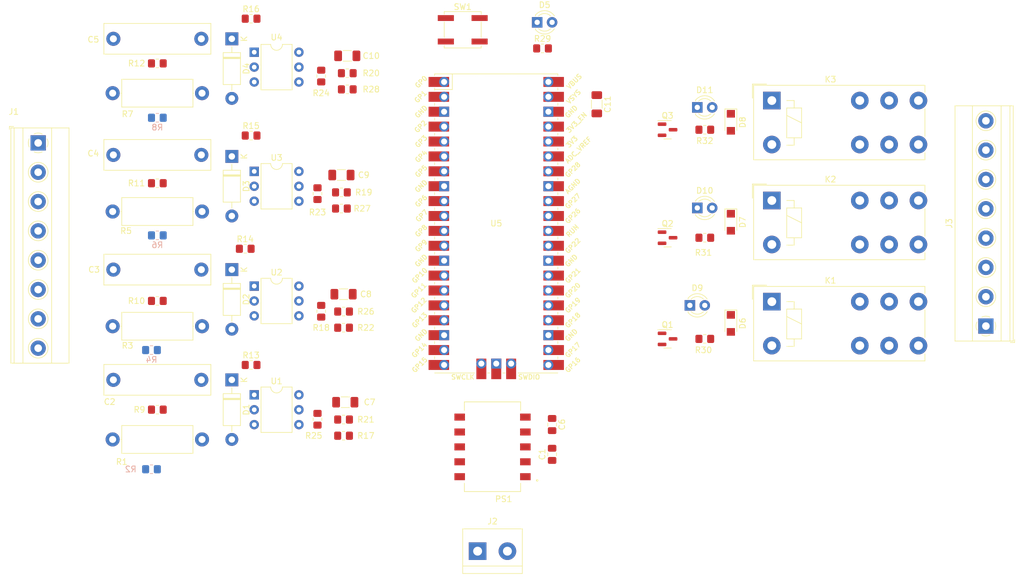
<source format=kicad_pcb>
(kicad_pcb (version 20211014) (generator pcbnew)
  (layers (0 "F.Cu" signal) (31 "B.Cu" signal) (34 "B.Paste" user) (35 "F.Paste" user) (36 "B.SilkS" user "B.Silkscreen") (37 "F.SilkS" user "F.Silkscreen") (38 "B.Mask" user) (39 "F.Mask" user) (44 "Edge.Cuts" user))
  (net 0 "")
  (net 1 "Net-(C1-Pad1)")
  (net 2 "Net-(C2-Pad1)")
  (net 3 "Net-(C2-Pad2)")
  (net 4 "Net-(C3-Pad1)")
  (net 5 "Net-(C3-Pad2)")
  (net 6 "Net-(C4-Pad1)")
  (net 7 "Net-(C4-Pad2)")
  (net 8 "Net-(C5-Pad1)")
  (net 9 "GND")
  (net 10 "Net-(C7-Pad1)")
  (net 11 "Net-(C8-Pad1)")
  (net 12 "Net-(D1-Pad2)")
  (net 13 "Net-(D2-Pad2)")
  (net 14 "Net-(D3-Pad2)")
  (net 15 "Net-(D4-Pad2)")
  (net 16 "Net-(D5-Pad2)")
  (net 17 "VCC")
  (net 18 "Net-(D6-Pad2)")
  (net 19 "Net-(D7-Pad2)")
  (net 20 "Net-(D8-Pad2)")
  (net 21 "Net-(D9-Pad1)")
  (net 22 "Net-(D10-Pad1)")
  (net 23 "Net-(D11-Pad1)")
  (net 24 "Net-(J1-Pad1)")
  (net 25 "Net-(J1-Pad2)")
  (net 26 "Net-(J1-Pad3)")
  (net 27 "Net-(J1-Pad4)")
  (net 28 "Net-(J1-Pad5)")
  (net 29 "Net-(J1-Pad6)")
  (net 30 "Net-(J1-Pad7)")
  (net 31 "Net-(J1-Pad8)")
  (net 32 "Net-(J3-Pad1)")
  (net 33 "Net-(J3-Pad2)")
  (net 34 "Net-(J3-Pad3)")
  (net 35 "Net-(J3-Pad4)")
  (net 36 "Net-(J3-Pad5)")
  (net 37 "Net-(J3-Pad6)")
  (net 54 "Net-(R13-Pad2)")
  (net 55 "Net-(R14-Pad2)")
  (net 56 "Net-(R15-Pad2)")
  (net 57 "Net-(R16-Pad2)")
  (net 58 "Net-(R17-Pad1)")
  (net 59 "Net-(R18-Pad1)")
  (net 60 "Net-(R19-Pad1)")
  (net 61 "Net-(R20-Pad1)")
  (net 70 "Net-(C5-Pad2)")
  (net 71 "Net-(C9-Pad1)")
  (net 72 "Net-(C10-Pad1)")
  (net 98 "Net-(D5-Pad1)")
  (net 99 "Net-(Q1-Pad1)")
  (net 100 "Net-(Q2-Pad1)")
  (net 101 "Net-(Q3-Pad1)")
  (net 102 "Net-(R25-Pad2)")
  (net 103 "Net-(R26-Pad2)")
  (net 104 "Net-(R27-Pad2)")
  (net 105 "Net-(R28-Pad2)")
  (net 106 "Net-(SW1-Pad2)")
  (footprint "Resistor_SMD:R_0805_2012Metric_Pad1.20x1.40mm_HandSolder" (layer "F.Cu") (at 59.166 111.76)
    (fp_text reference "R13" (at 0 -1.65) (layer "F.SilkS"))
    (fp_text value "220R")
    (pad "1" smd roundrect (at -1 0) (size 1.2 1.4) (layers "F.Cu" "F.Paste" "F.Mask") (roundrect_rratio 0.208333) (net 2 "Net-(C2-Pad1)"))
    (pad "2" smd roundrect (at 1 0) (size 1.2 1.4) (layers "F.Cu" "F.Paste" "F.Mask") (roundrect_rratio 0.208333) (net 54 "Net-(R13-Pad2)"))
  )
  (footprint "Package_DIP:DIP-6_W7.62mm" (layer "F.Cu") (at 59.7 116.855)
    (fp_text reference "U1" (at 3.81 -2.33) (layer "F.SilkS"))
    (fp_text value "4N25")
    (pad "1" thru_hole rect (at 0 0) (size 1.6 1.6) (drill 0.8) (layers *.Cu *.Mask) (net 54 "Net-(R13-Pad2)"))
    (pad "2" thru_hole oval (at 0 2.54) (size 1.6 1.6) (drill 0.8) (layers *.Cu *.Mask) (net 12 "Net-(D1-Pad2)"))
    (pad "3" thru_hole oval (at 0 5.08) (size 1.6 1.6) (drill 0.8) (layers *.Cu *.Mask))
    (pad "4" thru_hole oval (at 7.62 5.08) (size 1.6 1.6) (drill 0.8) (layers *.Cu *.Mask) (net 58 "Net-(R17-Pad1)"))
    (pad "5" thru_hole oval (at 7.62 2.54) (size 1.6 1.6) (drill 0.8) (layers *.Cu *.Mask) (net 17 "VCC"))
    (pad "6" thru_hole oval (at 7.62 0) (size 1.6 1.6) (drill 0.8) (layers *.Cu *.Mask))
  )
  (footprint "Diode_THT:D_DO-41_SOD81_P10.16mm_Horizontal" (layer "F.Cu") (at 55.88 95.504 -90)
    (fp_text reference "D2" (at 5.08 -2.47 90) (layer "F.SilkS"))
    (fp_text value "1N4007")
    (fp_text user "K" (at 0 -2.1 90) (layer "F.SilkS"))
    (pad "1" thru_hole rect (at 0 0 270) (size 2.2 2.2) (drill 1.1) (layers *.Cu *.Mask) (net 4 "Net-(C3-Pad1)"))
    (pad "2" thru_hole oval (at 10.16 0 270) (size 2.2 2.2) (drill 1.1) (layers *.Cu *.Mask) (net 13 "Net-(D2-Pad2)"))
  )
  (footprint "Diode_SMD:D_SMF" (layer "F.Cu") (at 140.97 104.6725 -90)
    (fp_text reference "D6" (at 0 -2 90) (layer "F.SilkS"))
    (fp_text value "S07M-GS08")
    (pad "1" smd rect (at -1.45 0 270) (size 1.3 1.4) (layers "F.Cu" "F.Paste" "F.Mask") (net 17 "VCC"))
    (pad "2" smd rect (at 1.45 0 270) (size 1.3 1.4) (layers "F.Cu" "F.Paste" "F.Mask") (net 18 "Net-(D6-Pad2)"))
  )
  (footprint "Package_TO_SOT_SMD:SOT-23" (layer "F.Cu") (at 130.175 107.315)
    (fp_text reference "Q1" (at 0 -2.4) (layer "F.SilkS"))
    (fp_text value "NUD3160")
    (pad "1" smd roundrect (at -0.9375 -0.95) (size 1.475 0.6) (layers "F.Cu" "F.Paste" "F.Mask") (net 99 "Net-(Q1-Pad1)"))
    (pad "2" smd roundrect (at -0.9375 0.95) (size 1.475 0.6) (layers "F.Cu" "F.Paste" "F.Mask") (net 9 "GND"))
    (pad "3" smd roundrect (at 0.9375 0) (size 1.475 0.6) (layers "F.Cu" "F.Paste" "F.Mask") (net 18 "Net-(D6-Pad2)"))
  )
  (footprint "Resistor_SMD:R_0805_2012Metric_Pad1.20x1.40mm_HandSolder" (layer "F.Cu") (at 74.93 121.0675)
    (fp_text reference "R21" (at 3.81 0) (layer "F.SilkS"))
    (fp_text value "6R2")
    (pad "1" smd roundrect (at -1 0) (size 1.2 1.4) (layers "F.Cu" "F.Paste" "F.Mask") (roundrect_rratio 0.208333) (net 58 "Net-(R17-Pad1)"))
    (pad "2" smd roundrect (at 1 0) (size 1.2 1.4) (layers "F.Cu" "F.Paste" "F.Mask") (roundrect_rratio 0.208333) (net 10 "Net-(C7-Pad1)"))
  )
  (footprint "Resistor_THT:R_Axial_DIN0414_L11.9mm_D4.5mm_P15.24mm_Horizontal" (layer "F.Cu") (at 35.56 124.46)
    (fp_text reference "R1" (at 1.55 3.81) (layer "F.SilkS"))
    (fp_text value "2.2k")
    (pad "1" thru_hole circle (at 0 0) (size 2.4 2.4) (drill 1.2) (layers *.Cu *.Mask) (net 31 "Net-(J1-Pad8)"))
    (pad "2" thru_hole oval (at 15.24 0) (size 2.4 2.4) (drill 1.2) (layers *.Cu *.Mask) (net 3 "Net-(C2-Pad2)"))
  )
  (footprint "Resistor_SMD:R_0805_2012Metric_Pad1.20x1.40mm_HandSolder" (layer "F.Cu") (at 43.18 119.38 180)
    (fp_text reference "R9" (at 3.048 0) (layer "F.SilkS"))
    (fp_text value "470k")
    (pad "1" smd roundrect (at -1 0 180) (size 1.2 1.4) (layers "F.Cu" "F.Paste" "F.Mask") (roundrect_rratio 0.208333) (net 2 "Net-(C2-Pad1)"))
    (pad "2" smd roundrect (at 1 0 180) (size 1.2 1.4) (layers "F.Cu" "F.Paste" "F.Mask") (roundrect_rratio 0.208333) (net 3 "Net-(C2-Pad2)"))
  )
  (footprint "Package_DIP:DIP-6_W7.62mm" (layer "F.Cu") (at 59.7 98.313)
    (fp_text reference "U2" (at 3.81 -2.33) (layer "F.SilkS"))
    (fp_text value "4N25")
    (pad "1" thru_hole rect (at 0 0) (size 1.6 1.6) (drill 0.8) (layers *.Cu *.Mask) (net 55 "Net-(R14-Pad2)"))
    (pad "2" thru_hole oval (at 0 2.54) (size 1.6 1.6) (drill 0.8) (layers *.Cu *.Mask) (net 13 "Net-(D2-Pad2)"))
    (pad "3" thru_hole oval (at 0 5.08) (size 1.6 1.6) (drill 0.8) (layers *.Cu *.Mask))
    (pad "4" thru_hole oval (at 7.62 5.08) (size 1.6 1.6) (drill 0.8) (layers *.Cu *.Mask) (net 59 "Net-(R18-Pad1)"))
    (pad "5" thru_hole oval (at 7.62 2.54) (size 1.6 1.6) (drill 0.8) (layers *.Cu *.Mask) (net 17 "VCC"))
    (pad "6" thru_hole oval (at 7.62 0) (size 1.6 1.6) (drill 0.8) (layers *.Cu *.Mask))
  )
  (footprint "Resistor_SMD:R_0805_2012Metric_Pad1.20x1.40mm_HandSolder" (layer "F.Cu") (at 43.18 80.772 180)
    (fp_text reference "R11" (at 3.556 0) (layer "F.SilkS"))
    (fp_text value "470k")
    (pad "1" smd roundrect locked (at -1 0 180) (size 1.2 1.4) (layers "F.Cu" "F.Paste" "F.Mask") (roundrect_rratio 0.208333) (net 6 "Net-(C4-Pad1)"))
    (pad "2" smd roundrect locked (at 1 0 180) (size 1.2 1.4) (layers "F.Cu" "F.Paste" "F.Mask") (roundrect_rratio 0.208333) (net 7 "Net-(C4-Pad2)"))
  )
  (footprint "LED_THT:LED_D3.0mm" (layer "F.Cu") (at 135.245 67.8425)
    (fp_text reference "D11" (at 1.27 -2.96) (layer "F.SilkS"))
    (fp_text value "LED")
    (pad "1" thru_hole rect (at 0 0) (size 1.8 1.8) (drill 0.9) (layers *.Cu *.Mask) (net 23 "Net-(D11-Pad1)"))
    (pad "2" thru_hole circle (at 2.54 0) (size 1.8 1.8) (drill 0.9) (layers *.Cu *.Mask) (net 17 "VCC"))
  )
  (footprint "Capacitor_SMD:C_1206_3216Metric_Pad1.33x1.80mm_HandSolder" (layer "F.Cu") (at 118.11 67.31 -90)
    (fp_text reference "C11" (at 0 -1.85 90) (layer "F.SilkS"))
    (fp_text value "100n")
    (pad "1" smd roundrect (at -1.5625 0 270) (size 1.325 1.8) (layers "F.Cu" "F.Paste" "F.Mask") (roundrect_rratio 0.188679) (net 17 "VCC"))
    (pad "2" smd roundrect (at 1.5625 0 270) (size 1.325 1.8) (layers "F.Cu" "F.Paste" "F.Mask") (roundrect_rratio 0.188679) (net 9 "GND"))
  )
  (footprint "Capacitor_SMD:C_0805_2012Metric_Pad1.18x1.45mm_HandSolder" (layer "F.Cu") (at 110.49 121.92 -90)
    (fp_text reference "C6" (at 0 -1.68 90) (layer "F.SilkS"))
    (fp_text value "22u")
    (pad "1" smd roundrect (at -1.0375 0 270) (size 1.175 1.45) (layers "F.Cu" "F.Paste" "F.Mask") (roundrect_rratio 0.212766) (net 17 "VCC"))
    (pad "2" smd roundrect (at 1.0375 0 270) (size 1.175 1.45) (layers "F.Cu" "F.Paste" "F.Mask") (roundrect_rratio 0.212766) (net 9 "GND"))
  )
  (footprint "LED_THT:LED_D3.0mm" (layer "F.Cu") (at 133.98 101.6)
    (fp_text reference "D9" (at 1.27 -2.96) (layer "F.SilkS"))
    (fp_text value "LED")
    (pad "1" thru_hole rect (at 0 0) (size 1.8 1.8) (drill 0.9) (layers *.Cu *.Mask) (net 21 "Net-(D9-Pad1)"))
    (pad "2" thru_hole circle (at 2.54 0) (size 1.8 1.8) (drill 0.9) (layers *.Cu *.Mask) (net 17 "VCC"))
  )
  (footprint "Capacitor_SMD:C_1206_3216Metric_Pad1.33x1.80mm_HandSolder" (layer "F.Cu") (at 74.93 99.695 180)
    (fp_text reference "C8" (at -3.81 0) (layer "F.SilkS"))
    (fp_text value "100u")
    (pad "1" smd roundrect (at -1.5625 0 180) (size 1.325 1.8) (layers "F.Cu" "F.Paste" "F.Mask") (roundrect_rratio 0.188679) (net 11 "Net-(C8-Pad1)"))
    (pad "2" smd roundrect (at 1.5625 0 180) (size 1.325 1.8) (layers "F.Cu" "F.Paste" "F.Mask") (roundrect_rratio 0.188679) (net 9 "GND"))
  )
  (footprint "Resistor_SMD:R_0805_2012Metric_Pad1.20x1.40mm_HandSolder" (layer "F.Cu") (at 59.166 52.72)
    (fp_text reference "R16" (at 0 -1.65) (layer "F.SilkS"))
    (fp_text value "220R")
    (pad "1" smd roundrect (at -1 0) (size 1.2 1.4) (layers "F.Cu" "F.Paste" "F.Mask") (roundrect_rratio 0.208333) (net 8 "Net-(C5-Pad1)"))
    (pad "2" smd roundrect (at 1 0) (size 1.2 1.4) (layers "F.Cu" "F.Paste" "F.Mask") (roundrect_rratio 0.208333) (net 57 "Net-(R16-Pad2)"))
  )
  (footprint "Resistor_THT:R_Axial_DIN0414_L11.9mm_D4.5mm_P15.24mm_Horizontal" (layer "F.Cu") (at 35.56 105.156)
    (fp_text reference "R3" (at 2.54 3.302) (layer "F.SilkS"))
    (fp_text value "2k2")
    (pad "1" thru_hole circle (at 0 0) (size 2.4 2.4) (drill 1.2) (layers *.Cu *.Mask) (net 29 "Net-(J1-Pad6)"))
    (pad "2" thru_hole oval (at 15.24 0) (size 2.4 2.4) (drill 1.2) (layers *.Cu *.Mask) (net 5 "Net-(C3-Pad2)"))
  )
  (footprint "Button_Switch_SMD:SW_SPST_EVPBF" (layer "F.Cu") (at 95.25 54.61)
    (fp_text reference "SW1" (at 0 -3.9) (layer "F.SilkS"))
    (fp_text value "Reset")
    (pad "1" smd rect (at 2.88 -2) (size 2.75 1) (layers "F.Cu" "F.Paste" "F.Mask") (net 9 "GND"))
    (pad "1" smd rect (at -2.88 -2) (size 2.75 1) (layers "F.Cu" "F.Paste" "F.Mask") (net 9 "GND"))
    (pad "2" smd rect (at -2.88 2) (size 2.75 1) (layers "F.Cu" "F.Paste" "F.Mask") (net 106 "Net-(SW1-Pad2)"))
    (pad "2" smd rect (at 2.88 2) (size 2.75 1) (layers "F.Cu" "F.Paste" "F.Mask") (net 106 "Net-(SW1-Pad2)"))
  )
  (footprint "Resistor_SMD:R_0805_2012Metric_Pad1.20x1.40mm_HandSolder" (layer "F.Cu") (at 71.12 102.6 90)
    (fp_text reference "R18" (at -2.81 0 180) (layer "F.SilkS"))
    (fp_text value "17k")
    (pad "1" smd roundrect (at -1 0 90) (size 1.2 1.4) (layers "F.Cu" "F.Paste" "F.Mask") (roundrect_rratio 0.208333) (net 59 "Net-(R18-Pad1)"))
    (pad "2" smd roundrect (at 1 0 90) (size 1.2 1.4) (layers "F.Cu" "F.Paste" "F.Mask") (roundrect_rratio 0.208333) (net 9 "GND"))
  )
  (footprint "TerminalBlock_Phoenix:TerminalBlock_Phoenix_MKDS-1,5-8_1x08_P5.00mm_Horizontal" (layer "F.Cu") (at 22.86 73.9 -90)
    (fp_text reference "J1" (at -5.32 4.16 180) (layer "F.SilkS"))
    (fp_text value "Screw_Terminal_01x08")
    (pad "1" thru_hole rect (at 0 0 270) (size 2.6 2.6) (drill 1.3) (layers *.Cu *.Mask) (net 24 "Net-(J1-Pad1)"))
    (pad "2" thru_hole circle (at 5 0 270) (size 2.6 2.6) (drill 1.3) (layers *.Cu *.Mask) (net 25 "Net-(J1-Pad2)"))
    (pad "3" thru_hole circle (at 10 0 270) (size 2.6 2.6) (drill 1.3) (layers *.Cu *.Mask) (net 26 "Net-(J1-Pad3)"))
    (pad "4" thru_hole circle (at 15 0 270) (size 2.6 2.6) (drill 1.3) (layers *.Cu *.Mask) (net 27 "Net-(J1-Pad4)"))
    (pad "5" thru_hole circle (at 20 0 270) (size 2.6 2.6) (drill 1.3) (layers *.Cu *.Mask) (net 28 "Net-(J1-Pad5)"))
    (pad "6" thru_hole circle (at 25 0 270) (size 2.6 2.6) (drill 1.3) (layers *.Cu *.Mask) (net 29 "Net-(J1-Pad6)"))
    (pad "7" thru_hole circle (at 30 0 270) (size 2.6 2.6) (drill 1.3) (layers *.Cu *.Mask) (net 30 "Net-(J1-Pad7)"))
    (pad "8" thru_hole circle (at 35 0 270) (size 2.6 2.6) (drill 1.3) (layers *.Cu *.Mask) (net 31 "Net-(J1-Pad8)"))
  )
  (footprint "R-78AA3.3-1:CONV_R-78AA3.3-1.0SMD" (layer "F.Cu") (at 100.33 125.73 180)
    (fp_text reference "PS1" (at -1.905 -8.89) (layer "F.SilkS"))
    (fp_text value "R-78AA3.3-0.5SMD-R")
    (pad "1" smd rect locked (at -5.6 -5.08 180) (size 1.8 1.2) (layers "F.Cu" "F.Paste" "F.Mask") (net 1 "Net-(C1-Pad1)"))
    (pad "2" smd rect locked (at -5.6 -2.54 180) (size 1.8 1.2) (layers "F.Cu" "F.Paste" "F.Mask") (net 1 "Net-(C1-Pad1)"))
    (pad "3" smd rect locked (at -5.6 0 180) (size 1.8 1.2) (layers "F.Cu" "F.Paste" "F.Mask") (net 9 "GND"))
    (pad "4" smd rect locked (at -5.6 2.54 180) (size 1.8 1.2) (layers "F.Cu" "F.Paste" "F.Mask") (net 17 "VCC"))
    (pad "5" smd rect locked (at -5.6 5.08 180) (size 1.8 1.2) (layers "F.Cu" "F.Paste" "F.Mask") (net 17 "VCC"))
    (pad "6" smd rect locked (at 5.6 5.08 180) (size 1.8 1.2) (layers "F.Cu" "F.Paste" "F.Mask"))
    (pad "7" smd rect locked (at 5.6 2.54 180) (size 1.8 1.2) (layers "F.Cu" "F.Paste" "F.Mask") (net 9 "GND"))
    (pad "8" smd rect locked (at 5.6 0 180) (size 1.8 1.2) (layers "F.Cu" "F.Paste" "F.Mask") (net 9 "GND"))
    (pad "9" smd rect locked (at 5.6 -2.54 180) (size 1.8 1.2) (layers "F.Cu" "F.Paste" "F.Mask") (net 9 "GND"))
    (pad "10" smd rect locked (at 5.6 -5.08 180) (size 1.8 1.2) (layers "F.Cu" "F.Paste" "F.Mask"))
  )
  (footprint "LED_THT:LED_D3.0mm" (layer "F.Cu") (at 107.945 53.34)
    (fp_text reference "D5" (at 1.27 -2.96) (layer "F.SilkS"))
    (fp_text value "LED")
    (pad "1" thru_hole rect (at 0 0) (size 1.8 1.8) (drill 0.9) (layers *.Cu *.Mask) (net 98 "Net-(D5-Pad1)"))
    (pad "2" thru_hole circle (at 2.54 0) (size 1.8 1.8) (drill 0.9) (layers *.Cu *.Mask) (net 16 "Net-(D5-Pad2)"))
  )
  (footprint "Resistor_SMD:R_0805_2012Metric_Pad1.20x1.40mm_HandSolder" (layer "F.Cu") (at 58.166 91.948)
    (fp_text reference "R14" (at 0 -1.65) (layer "F.SilkS"))
    (fp_text value "220R")
    (pad "1" smd roundrect (at -1 0) (size 1.2 1.4) (layers "F.Cu" "F.Paste" "F.Mask") (roundrect_rratio 0.208333) (net 4 "Net-(C3-Pad1)"))
    (pad "2" smd roundrect (at 1 0) (size 1.2 1.4) (layers "F.Cu" "F.Paste" "F.Mask") (roundrect_rratio 0.208333) (net 55 "Net-(R14-Pad2)"))
  )
  (footprint "Capacitor_SMD:C_1206_3216Metric_Pad1.33x1.80mm_HandSolder" (layer "F.Cu") (at 74.565 79.375)
    (fp_text reference "C9" (at 3.81 0) (layer "F.SilkS"))
    (fp_text value "100u")
    (pad "1" smd roundrect (at -1.5625 0) (size 1.325 1.8) (layers "F.Cu" "F.Paste" "F.Mask") (roundrect_rratio 0.188679) (net 71 "Net-(C9-Pad1)"))
    (pad "2" smd roundrect (at 1.5625 0) (size 1.325 1.8) (layers "F.Cu" "F.Paste" "F.Mask") (roundrect_rratio 0.188679) (net 9 "GND"))
  )
  (footprint "Diode_THT:D_DO-41_SOD81_P10.16mm_Horizontal" (layer "F.Cu") (at 55.88 76.2 -90)
    (fp_text reference "D3" (at 5.08 -2.47 90) (layer "F.SilkS"))
    (fp_text value "1N4007")
    (fp_text user "K" (at 0 -2.1 90) (layer "F.SilkS"))
    (pad "1" thru_hole rect locked (at 0 0 270) (size 2.2 2.2) (drill 1.1) (layers *.Cu *.Mask) (net 6 "Net-(C4-Pad1)"))
    (pad "2" thru_hole oval locked (at 10.16 0 270) (size 2.2 2.2) (drill 1.1) (layers *.Cu *.Mask) (net 14 "Net-(D3-Pad2)"))
  )
  (footprint "Resistor_SMD:R_0805_2012Metric_Pad1.20x1.40mm_HandSolder" (layer "F.Cu") (at 75.565 62.0125)
    (fp_text reference "R20" (at 4.08 0) (layer "F.SilkS"))
    (fp_text value "17k")
    (pad "1" smd roundrect (at -1 0) (size 1.2 1.4) (layers "F.Cu" "F.Paste" "F.Mask") (roundrect_rratio 0.208333) (net 61 "Net-(R20-Pad1)"))
    (pad "2" smd roundrect (at 1 0) (size 1.2 1.4) (layers "F.Cu" "F.Paste" "F.Mask") (roundrect_rratio 0.208333) (net 9 "GND"))
  )
  (footprint "Capacitor_SMD:C_0805_2012Metric_Pad1.18x1.45mm_HandSolder" (layer "F.Cu") (at 110.49 127 90)
    (fp_text reference "C1" (at 0 -1.68 90) (layer "F.SilkS"))
    (fp_text value "10u")
    (pad "1" smd roundrect (at -1.0375 0 90) (size 1.175 1.45) (layers "F.Cu" "F.Paste" "F.Mask") (roundrect_rratio 0.212766) (net 1 "Net-(C1-Pad1)"))
    (pad "2" smd roundrect (at 1.0375 0 90) (size 1.175 1.45) (layers "F.Cu" "F.Paste" "F.Mask") (roundrect_rratio 0.212766) (net 9 "GND"))
  )
  (footprint "Diode_THT:D_DO-41_SOD81_P10.16mm_Horizontal" (layer "F.Cu") (at 55.88 114.3 -90)
    (fp_text reference "D1" (at 5.08 -2.47 90) (layer "F.SilkS"))
    (fp_text value "1N4007")
    (fp_text user "K" (at 0 -2.1 90) (layer "F.SilkS"))
    (pad "1" thru_hole rect (at 0 0 270) (size 2.2 2.2) (drill 1.1) (layers *.Cu *.Mask) (net 2 "Net-(C2-Pad1)"))
    (pad "2" thru_hole oval (at 10.16 0 270) (size 2.2 2.2) (drill 1.1) (layers *.Cu *.Mask) (net 12 "Net-(D1-Pad2)"))
  )
  (footprint "Diode_SMD:D_SMF" (layer "F.Cu") (at 140.97 70.3825 -90)
    (fp_text reference "D8" (at 0 -2 90) (layer "F.SilkS"))
    (fp_text value "S07M-GS08")
    (pad "1" smd rect (at -1.45 0 270) (size 1.3 1.4) (layers "F.Cu" "F.Paste" "F.Mask") (net 17 "VCC"))
    (pad "2" smd rect (at 1.45 0 270) (size 1.3 1.4) (layers "F.Cu" "F.Paste" "F.Mask") (net 20 "Net-(D8-Pad2)"))
  )
  (footprint "TerminalBlock_Phoenix:TerminalBlock_Phoenix_MKDS-1,5-8_1x08_P5.00mm_Horizontal" (layer "F.Cu") (at 184.455 105.13 90)
    (fp_text reference "J3" (at 17.5 -6.26 90) (layer "F.SilkS"))
    (fp_text value "Screw_Terminal_01x08")
    (pad "1" thru_hole rect (at 0 0 90) (size 2.6 2.6) (drill 1.3) (layers *.Cu *.Mask) (net 32 "Net-(J3-Pad1)"))
    (pad "2" thru_hole circle (at 5 0 90) (size 2.6 2.6) (drill 1.3) (layers *.Cu *.Mask) (net 33 "Net-(J3-Pad2)"))
    (pad "3" thru_hole circle (at 10 0 90) (size 2.6 2.6) (drill 1.3) (layers *.Cu *.Mask) (net 34 "Net-(J3-Pad3)"))
    (pad "4" thru_hole circle (at 15 0 90) (size 2.6 2.6) (drill 1.3) (layers *.Cu *.Mask) (net 35 "Net-(J3-Pad4)"))
    (pad "5" thru_hole circle (at 20 0 90) (size 2.6 2.6) (drill 1.3) (layers *.Cu *.Mask) (net 36 "Net-(J3-Pad5)"))
    (pad "6" thru_hole circle (at 25 0 90) (size 2.6 2.6) (drill 1.3) (layers *.Cu *.Mask) (net 37 "Net-(J3-Pad6)"))
    (pad "7" thru_hole circle (at 30 0 90) (size 2.6 2.6) (drill 1.3) (layers *.Cu *.Mask))
    (pad "8" thru_hole circle (at 35 0 90) (size 2.6 2.6) (drill 1.3) (layers *.Cu *.Mask))
  )
  (footprint "Capacitor_THT:C_Rect_L18.0mm_W5.0mm_P15.00mm_FKS3_FKP3" (layer "F.Cu") (at 50.68 56.149 180)
    (fp_text reference "C5" (at 18.415 -0.127) (layer "F.SilkS"))
    (fp_text value "0.1u")
    (pad "1" thru_hole circle (at 0 0 180) (size 2.4 2.4) (drill 1.2) (layers *.Cu *.Mask) (net 8 "Net-(C5-Pad1)"))
    (pad "2" thru_hole circle (at 15 0 180) (size 2.4 2.4) (drill 1.2) (layers *.Cu *.Mask) (net 70 "Net-(C5-Pad2)"))
  )
  (footprint "Package_TO_SOT_SMD:SOT-23" (layer "F.Cu") (at 130.175 90.0675)
    (fp_text reference "Q2" (at 0 -2.4) (layer "F.SilkS"))
    (fp_text value "NUD3160")
    (pad "1" smd roundrect (at -0.9375 -0.95) (size 1.475 0.6) (layers "F.Cu" "F.Paste" "F.Mask") (net 100 "Net-(Q2-Pad1)"))
    (pad "2" smd roundrect (at -0.9375 0.95) (size 1.475 0.6) (layers "F.Cu" "F.Paste" "F.Mask") (net 9 "GND"))
    (pad "3" smd roundrect (at 0.9375 0) (size 1.475 0.6) (layers "F.Cu" "F.Paste" "F.Mask") (net 19 "Net-(D7-Pad2)"))
  )
  (footprint "Resistor_SMD:R_0805_2012Metric_Pad1.20x1.40mm_HandSolder" (layer "F.Cu") (at 70.485 82.55 90)
    (fp_text reference "R23" (at -3.175 0 180) (layer "F.SilkS"))
    (fp_text value "6R2")
    (pad "1" smd roundrect (at -1 0 90) (size 1.2 1.4) (layers "F.Cu" "F.Paste" "F.Mask") (roundrect_rratio 0.208333) (net 60 "Net-(R19-Pad1)"))
    (pad "2" smd roundrect (at 1 0 90) (size 1.2 1.4) (layers "F.Cu" "F.Paste" "F.Mask") (roundrect_rratio 0.208333) (net 71 "Net-(C9-Pad1)"))
  )
  (footprint "Diode_SMD:D_SMF" (layer "F.Cu") (at 140.97 87.425 -90)
    (fp_text reference "D7" (at 0 -2 90) (layer "F.SilkS"))
    (fp_text value "S07M-GS08")
    (pad "1" smd rect (at -1.45 0 270) (size 1.3 1.4) (layers "F.Cu" "F.Paste" "F.Mask") (net 17 "VCC"))
    (pad "2" smd rect (at 1.45 0 270) (size 1.3 1.4) (layers "F.Cu" "F.Paste" "F.Mask") (net 19 "Net-(D7-Pad2)"))
  )
  (footprint "Capacitor_THT:C_Rect_L18.0mm_W5.0mm_P15.00mm_FKS3_FKP3" (layer "F.Cu") (at 50.68 95.504 180)
    (fp_text reference "C3" (at 18.288 0) (layer "F.SilkS"))
    (fp_text value "0.1u")
    (pad "1" thru_hole circle (at 0 0 180) (size 2.4 2.4) (drill 1.2) (layers *.Cu *.Mask) (net 4 "Net-(C3-Pad1)"))
    (pad "2" thru_hole circle (at 15 0 180) (size 2.4 2.4) (drill 1.2) (layers *.Cu *.Mask) (net 5 "Net-(C3-Pad2)"))
  )
  (footprint "Resistor_THT:R_Axial_DIN0414_L11.9mm_D4.5mm_P15.24mm_Horizontal" (layer "F.Cu") (at 35.56 65.42)
    (fp_text reference "R7" (at 2.54 3.556) (layer "F.SilkS"))
    (fp_text value "2k2")
    (pad "1" thru_hole circle (at 0 0) (size 2.4 2.4) (drill 1.2) (layers *.Cu *.Mask) (net 25 "Net-(J1-Pad2)"))
    (pad "2" thru_hole oval (at 15.24 0) (size 2.4 2.4) (drill 1.2) (layers *.Cu *.Mask) (net 70 "Net-(C5-Pad2)"))
  )
  (footprint "Resistor_SMD:R_0805_2012Metric_Pad1.20x1.40mm_HandSolder" (layer "F.Cu") (at 74.565 85.09)
    (fp_text reference "R27" (at 3.54 0) (layer "F.SilkS"))
    (fp_text value "10k")
    (pad "1" smd roundrect (at -1 0) (size 1.2 1.4) (layers "F.Cu" "F.Paste" "F.Mask") (roundrect_rratio 0.208333) (net 60 "Net-(R19-Pad1)"))
    (pad "2" smd roundrect (at 1 0) (size 1.2 1.4) (layers "F.Cu" "F.Paste" "F.Mask") (roundrect_rratio 0.208333) (net 104 "Net-(R27-Pad2)"))
  )
  (footprint "Relay_THT:Relay_DPDT_Finder_40.52" (layer "F.Cu") (at 147.955 83.7175)
    (fp_text reference "K2" (at 10 -3.6) (layer "F.SilkS"))
    (fp_text value "FINDER-40.52.7.012.0000")
    (pad "11" thru_hole circle (at 20 0) (size 3 3) (drill 1.5) (layers *.Cu *.Mask))
    (pad "12" thru_hole circle (at 15 0) (size 3 3) (drill 1.5) (layers *.Cu *.Mask))
    (pad "14" thru_hole circle (at 25 0) (size 3 3) (drill 1.5) (layers *.Cu *.Mask))
    (pad "21" thru_hole circle (at 20 7.5) (size 3 3) (drill 1.5) (layers *.Cu *.Mask) (net 35 "Net-(J3-Pad4)"))
    (pad "22" thru_hole circle (at 15 7.5) (size 3 3) (drill 1.5) (layers *.Cu *.Mask))
    (pad "24" thru_hole circle (at 25 7.5) (size 3 3) (drill 1.5) (layers *.Cu *.Mask) (net 34 "Net-(J3-Pad3)"))
    (pad "A1" thru_hole rect (at 0 0) (size 3 3) (drill 1.5) (layers *.Cu *.Mask) (net 17 "VCC"))
    (pad "A2" thru_hole circle (at 0 7.5) (size 3 3) (drill 1.5) (layers *.Cu *.Mask) (net 19 "Net-(D7-Pad2)"))
  )
  (footprint "LED_THT:LED_D3.0mm" (layer "F.Cu") (at 135.245 84.9875)
    (fp_text reference "D10" (at 1.27 -2.96) (layer "F.SilkS"))
    (fp_text value "LED")
    (pad "1" thru_hole rect (at 0 0) (size 1.8 1.8) (drill 0.9) (layers *.Cu *.Mask) (net 22 "Net-(D10-Pad1)"))
    (pad "2" thru_hole circle (at 2.54 0) (size 1.8 1.8) (drill 0.9) (layers *.Cu *.Mask) (net 17 "VCC"))
  )
  (footprint "Package_TO_SOT_SMD:SOT-23" (layer "F.Cu") (at 130.175 71.6525)
    (fp_text reference "Q3" (at 0 -2.4) (layer "F.SilkS"))
    (fp_text value "NUD3160")
    (pad "1" smd roundrect (at -0.9375 -0.95) (size 1.475 0.6) (layers "F.Cu" "F.Paste" "F.Mask") (net 101 "Net-(Q3-Pad1)"))
    (pad "2" smd roundrect (at -0.9375 0.95) (size 1.475 0.6) (layers "F.Cu" "F.Paste" "F.Mask") (net 9 "GND"))
    (pad "3" smd roundrect (at 0.9375 0) (size 1.475 0.6) (layers "F.Cu" "F.Paste" "F.Mask") (net 20 "Net-(D8-Pad2)"))
  )
  (footprint "Package_DIP:DIP-6_W7.62mm" (layer "F.Cu") (at 59.7 78.755)
    (fp_text reference "U3" (at 3.81 -2.33) (layer "F.SilkS"))
    (fp_text value "4N25")
    (pad "1" thru_hole rect (at 0 0) (size 1.6 1.6) (drill 0.8) (layers *.Cu *.Mask) (net 56 "Net-(R15-Pad2)"))
    (pad "2" thru_hole oval (at 0 2.54) (size 1.6 1.6) (drill 0.8) (layers *.Cu *.Mask) (net 14 "Net-(D3-Pad2)"))
    (pad "3" thru_hole oval (at 0 5.08) (size 1.6 1.6) (drill 0.8) (layers *.Cu *.Mask))
    (pad "4" thru_hole oval (at 7.62 5.08) (size 1.6 1.6) (drill 0.8) (layers *.Cu *.Mask) (net 60 "Net-(R19-Pad1)"))
    (pad "5" thru_hole oval (at 7.62 2.54) (size 1.6 1.6) (drill 0.8) (layers *.Cu *.Mask) (net 17 "VCC"))
    (pad "6" thru_hole oval (at 7.62 0) (size 1.6 1.6) (drill 0.8) (layers *.Cu *.Mask))
  )
  (footprint "Diode_THT:D_DO-41_SOD81_P10.16mm_Horizontal" (layer "F.Cu") (at 55.88 56.149 -90)
    (fp_text reference "D4" (at 5.08 -2.47 90) (layer "F.SilkS"))
    (fp_text value "1N4007")
    (fp_text user "K" (at 0 -2.1 90) (layer "F.SilkS"))
    (pad "1" thru_hole rect (at 0 0 270) (size 2.2 2.2) (drill 1.1) (layers *.Cu *.Mask) (net 8 "Net-(C5-Pad1)"))
    (pad "2" thru_hole oval (at 10.16 0 270) (size 2.2 2.2) (drill 1.1) (layers *.Cu *.Mask) (net 15 "Net-(D4-Pad2)"))
  )
  (footprint "Resistor_SMD:R_0805_2012Metric_Pad1.20x1.40mm_HandSolder" (layer "F.Cu") (at 136.525 107.315)
    (fp_text reference "R30" (at -0.227064 1.905) (layer "F.SilkS"))
    (fp_text value "R")
    (pad "1" smd roundrect (at -1 0) (size 1.2 1.4) (layers "F.Cu" "F.Paste" "F.Mask") (roundrect_rratio 0.208333) (net 21 "Net-(D9-Pad1)"))
    (pad "2" smd roundrect (at 1 0) (size 1.2 1.4) (layers "F.Cu" "F.Paste" "F.Mask") (roundrect_rratio 0.208333) (net 18 "Net-(D6-Pad2)"))
  )
  (footprint "Resistor_SMD:R_0805_2012Metric_Pad1.20x1.40mm_HandSolder" (layer "F.Cu") (at 70.485 121.015 90)
    (fp_text reference "R25" (at -2.81 -0.635 180) (layer "F.SilkS"))
    (fp_text value "10k")
    (pad "1" smd roundrect (at -1 0 90) (size 1.2 1.4) (layers "F.Cu" "F.Paste" "F.Mask") (roundrect_rratio 0.208333) (net 58 "Net-(R17-Pad1)"))
    (pad "2" smd roundrect (at 1 0 90) (size 1.2 1.4) (layers "F.Cu" "F.Paste" "F.Mask") (roundrect_rratio 0.208333) (net 102 "Net-(R25-Pad2)"))
  )
  (footprint "Relay_THT:Relay_DPDT_Finder_40.52" (layer "F.Cu") (at 147.955 100.965)
    (fp_text reference "K1" (at 10 -3.6) (layer "F.SilkS"))
    (fp_text value "FINDER-40.52.7.012.0000")
    (pad "11" thru_hole circle (at 20 0) (size 3 3) (drill 1.5) (layers *.Cu *.Mask))
    (pad "12" thru_hole circle (at 15 0) (size 3 3) (drill 1.5) (layers *.Cu *.Mask))
    (pad "14" thru_hole circle (at 25 0) (size 3 3) (drill 1.5) (layers *.Cu *.Mask))
    (pad "21" thru_hole circle (at 20 7.5) (size 3 3) (drill 1.5) (layers *.Cu *.Mask) (net 33 "Net-(J3-Pad2)"))
    (pad "22" thru_hole circle (at 15 7.5) (size 3 3) (drill 1.5) (layers *.Cu *.Mask))
    (pad "24" thru_hole circle (at 25 7.5) (size 3 3) (drill 1.5) (layers *.Cu *.Mask) (net 32 "Net-(J3-Pad1)"))
    (pad "A1" thru_hole rect (at 0 0) (size 3 3) (drill 1.5) (layers *.Cu *.Mask) (net 17 "VCC"))
    (pad "A2" thru_hole circle (at 0 7.5) (size 3 3) (drill 1.5) (layers *.Cu *.Mask) (net 18 "Net-(D6-Pad2)"))
  )
  (footprint "Package_DIP:DIP-6_W7.62mm" (layer "F.Cu") (at 59.7 58.435)
    (fp_text reference "U4" (at 3.81 -2.54) (layer "F.SilkS"))
    (fp_text value "4N25")
    (pad "1" thru_hole rect (at 0 0) (size 1.6 1.6) (drill 0.8) (layers *.Cu *.Mask) (net 57 "Net-(R16-Pad2)"))
    (pad "2" thru_hole oval (at 0 2.54) (size 1.6 1.6) (drill 0.8) (layers *.Cu *.Mask) (net 15 "Net-(D4-Pad2)"))
    (pad "3" thru_hole oval (at 0 5.08) (size 1.6 1.6) (drill 0.8) (layers *.Cu *.Mask))
    (pad "4" thru_hole oval (at 7.62 5.08) (size 1.6 1.6) (drill 0.8) (layers *.Cu *.Mask) (net 61 "Net-(R20-Pad1)"))
    (pad "5" thru_hole oval (at 7.62 2.54) (size 1.6 1.6) (drill 0.8) (layers *.Cu *.Mask) (net 17 "VCC"))
    (pad "6" thru_hole oval (at 7.62 0) (size 1.6 1.6) (drill 0.8) (layers *.Cu *.Mask))
  )
  (footprint "Resistor_SMD:R_0805_2012Metric_Pad1.20x1.40mm_HandSolder" (layer "F.Cu") (at 136.525 71.6525)
    (fp_text reference "R32" (at 0 1.905) (layer "F.SilkS"))
    (fp_text value "R")
    (pad "1" smd roundrect (at -1 0) (size 1.2 1.4) (layers "F.Cu" "F.Paste" "F.Mask") (roundrect_rratio 0.208333) (net 23 "Net-(D11-Pad1)"))
    (pad "2" smd roundrect (at 1 0) (size 1.2 1.4) (layers "F.Cu" "F.Paste" "F.Mask") (roundrect_rratio 0.208333) (net 20 "Net-(D8-Pad2)"))
  )
  (footprint "Resistor_SMD:R_0805_2012Metric_Pad1.20x1.40mm_HandSolder" (layer "F.Cu") (at 43.18 100.838 180)
    (fp_text reference "R10" (at 3.556 0) (layer "F.SilkS"))
    (fp_text value "470k")
    (pad "1" smd roundrect (at -1 0 180) (size 1.2 1.4) (layers "F.Cu" "F.Paste" "F.Mask") (roundrect_rratio 0.208333) (net 4 "Net-(C3-Pad1)"))
    (pad "2" smd roundrect (at 1 0 180) (size 1.2 1.4) (layers "F.Cu" "F.Paste" "F.Mask") (roundrect_rratio 0.208333) (net 5 "Net-(C3-Pad2)"))
  )
  (footprint "Resistor_SMD:R_0805_2012Metric_Pad1.20x1.40mm_HandSolder" (layer "F.Cu") (at 71.12 62.5 90)
    (fp_text reference "R24" (at -2.905 0 180) (layer "F.SilkS"))
    (fp_text value "6R2")
    (pad "1" smd roundrect (at -1 0 90) (size 1.2 1.4) (layers "F.Cu" "F.Paste" "F.Mask") (roundrect_rratio 0.208333) (net 61 "Net-(R20-Pad1)"))
    (pad "2" smd roundrect (at 1 0 90) (size 1.2 1.4) (layers "F.Cu" "F.Paste" "F.Mask") (roundrect_rratio 0.208333) (net 72 "Net-(C10-Pad1)"))
  )
  (footprint "Capacitor_SMD:C_1206_3216Metric_Pad1.33x1.80mm_HandSolder" (layer "F.Cu") (at 75.565 59.055)
    (fp_text reference "C10" (at 4.08 0) (layer "F.SilkS"))
    (fp_text value "100u")
    (pad "1" smd roundrect (at -1.5625 0) (size 1.325 1.8) (layers "F.Cu" "F.Paste" "F.Mask") (roundrect_rratio 0.188679) (net 72 "Net-(C10-Pad1)"))
    (pad "2" smd roundrect (at 1.5625 0) (size 1.325 1.8) (layers "F.Cu" "F.Paste" "F.Mask") (roundrect_rratio 0.188679) (net 9 "GND"))
  )
  (footprint "Resistor_SMD:R_0805_2012Metric_Pad1.20x1.40mm_HandSolder" (layer "F.Cu") (at 74.565 82.3325)
    (fp_text reference "R19" (at 3.81 0) (layer "F.SilkS"))
    (fp_text value "17k")
    (pad "1" smd roundrect (at -1 0) (size 1.2 1.4) (layers "F.Cu" "F.Paste" "F.Mask") (roundrect_rratio 0.208333) (net 60 "Net-(R19-Pad1)"))
    (pad "2" smd roundrect (at 1 0) (size 1.2 1.4) (layers "F.Cu" "F.Paste" "F.Mask") (roundrect_rratio 0.208333) (net 9 "GND"))
  )
  (footprint "Relay_THT:Relay_DPDT_Finder_40.52" (layer "F.Cu") (at 147.955 66.675)
    (fp_text reference "K3" (at 10 -3.6) (layer "F.SilkS"))
    (fp_text value "FINDER-40.52.7.012.0000")
    (pad "11" thru_hole circle (at 20 0) (size 3 3) (drill 1.5) (layers *.Cu *.Mask))
    (pad "12" thru_hole circle (at 15 0) (size 3 3) (drill 1.5) (layers *.Cu *.Mask))
    (pad "14" thru_hole circle (at 25 0) (size 3 3) (drill 1.5) (layers *.Cu *.Mask))
    (pad "21" thru_hole circle (at 20 7.5) (size 3 3) (drill 1.5) (layers *.Cu *.Mask) (net 37 "Net-(J3-Pad6)"))
    (pad "22" thru_hole circle (at 15 7.5) (size 3 3) (drill 1.5) (layers *.Cu *.Mask))
    (pad "24" thru_hole circle (at 25 7.5) (size 3 3) (drill 1.5) (layers *.Cu *.Mask) (net 36 "Net-(J3-Pad5)"))
    (pad "A1" thru_hole rect (at 0 0) (size 3 3) (drill 1.5) (layers *.Cu *.Mask) (net 17 "VCC"))
    (pad "A2" thru_hole circle (at 0 7.5) (size 3 3) (drill 1.5) (layers *.Cu *.Mask) (net 20 "Net-(D8-Pad2)"))
  )
  (footprint "Resistor_SMD:R_0805_2012Metric_Pad1.20x1.40mm_HandSolder" (layer "F.Cu") (at 74.93 105.41)
    (fp_text reference "R22" (at 3.81 0) (layer "F.SilkS"))
    (fp_text value "6R2")
    (pad "1" smd roundrect (at -1 0) (size 1.2 1.4) (layers "F.Cu" "F.Paste" "F.Mask") (roundrect_rratio 0.208333) (net 59 "Net-(R18-Pad1)"))
    (pad "2" smd roundrect (at 1 0) (size 1.2 1.4) (layers "F.Cu" "F.Paste" "F.Mask") (roundrect_rratio 0.208333) (net 11 "Net-(C8-Pad1)"))
  )
  (footprint "Resistor_SMD:R_0805_2012Metric_Pad1.20x1.40mm_HandSolder" (layer "F.Cu") (at 136.525 90.0675)
    (fp_text reference "R31" (at -0.227064 2.54) (layer "F.SilkS"))
    (fp_text value "R")
    (pad "1" smd roundrect (at -1 0) (size 1.2 1.4) (layers "F.Cu" "F.Paste" "F.Mask") (roundrect_rratio 0.208333) (net 22 "Net-(D10-Pad1)"))
    (pad "2" smd roundrect (at 1 0) (size 1.2 1.4) (layers "F.Cu" "F.Paste" "F.Mask") (roundrect_rratio 0.208333) (net 19 "Net-(D7-Pad2)"))
  )
  (footprint "Resistor_SMD:R_0805_2012Metric_Pad1.20x1.40mm_HandSolder" (layer "F.Cu") (at 108.855 57.785)
    (fp_text reference "R29" (at 0 -1.65) (layer "F.SilkS"))
    (fp_text value "R")
    (pad "1" smd roundrect (at -1 0) (size 1.2 1.4) (layers "F.Cu" "F.Paste" "F.Mask") (roundrect_rratio 0.208333) (net 17 "VCC"))
    (pad "2" smd roundrect (at 1 0) (size 1.2 1.4) (layers "F.Cu" "F.Paste" "F.Mask") (roundrect_rratio 0.208333) (net 16 "Net-(D5-Pad2)"))
  )
  (footprint "Capacitor_SMD:C_1206_3216Metric_Pad1.33x1.80mm_HandSolder" (layer "F.Cu") (at 75.2225 118.11)
    (fp_text reference "C7" (at 4.1525 0) (layer "F.SilkS"))
    (fp_text value "100u")
    (pad "1" smd roundrect (at -1.5625 0) (size 1.325 1.8) (layers "F.Cu" "F.Paste" "F.Mask") (roundrect_rratio 0.188679) (net 10 "Net-(C7-Pad1)"))
    (pad "2" smd roundrect (at 1.5625 0) (size 1.325 1.8) (layers "F.Cu" "F.Paste" "F.Mask") (roundrect_rratio 0.188679) (net 9 "GND"))
  )
  (footprint "Resistor_SMD:R_0805_2012Metric_Pad1.20x1.40mm_HandSolder" (layer "F.Cu") (at 74.93 123.825)
    (fp_text reference "R17" (at 3.81 0) (layer "F.SilkS"))
    (fp_text value "17k")
    (pad "1" smd roundrect (at -1 0) (size 1.2 1.4) (layers "F.Cu" "F.Paste" "F.Mask") (roundrect_rratio 0.208333) (net 58 "Net-(R17-Pad1)"))
    (pad "2" smd roundrect (at 1 0) (size 1.2 1.4) (layers "F.Cu" "F.Paste" "F.Mask") (roundrect_rratio 0.208333) (net 9 "GND"))
  )
  (footprint "Resistor_SMD:R_0805_2012Metric_Pad1.20x1.40mm_HandSolder" (layer "F.Cu") (at 59.166 72.644)
    (fp_text reference "R15" (at 0 -1.65) (layer "F.SilkS"))
    (fp_text value "220R")
    (pad "1" smd roundrect locked (at -1 0) (size 1.2 1.4) (layers "F.Cu" "F.Paste" "F.Mask") (roundrect_rratio 0.208333) (net 6 "Net-(C4-Pad1)"))
    (pad "2" smd roundrect locked (at 1 0) (size 1.2 1.4) (layers "F.Cu" "F.Paste" "F.Mask") (roundrect_rratio 0.208333) (net 56 "Net-(R15-Pad2)"))
  )
  (footprint "TerminalBlock:TerminalBlock_bornier-2_P5.08mm" (layer "F.Cu") (at 97.79 143.51)
    (fp_text reference "J2" (at 2.54 -5.08) (layer "F.SilkS"))
    (fp_text value "Screw_Terminal_01x02")
    (pad "1" thru_hole rect (at 0 0) (size 3 3) (drill 1.52) (layers *.Cu *.Mask) (net 9 "GND"))
    (pad "2" thru_hole circle (at 5.08 0) (size 3 3) (drill 1.52) (layers *.Cu *.Mask) (net 1 "Net-(C1-Pad1)"))
  )
  (footprint "Resistor_SMD:R_0805_2012Metric_Pad1.20x1.40mm_HandSolder" (layer "F.Cu") (at 75.565 64.77)
    (fp_text reference "R28" (at 4.08 0) (layer "F.SilkS"))
    (fp_text value "R")
    (pad "1" smd roundrect (at -1 0) (size 1.2 1.4) (layers "F.Cu" "F.Paste" "F.Mask") (roundrect_rratio 0.208333) (net 61 "Net-(R20-Pad1)"))
    (pad "2" smd roundrect (at 1 0) (size 1.2 1.4) (layers "F.Cu" "F.Paste" "F.Mask") (roundrect_rratio 0.208333) (net 105 "Net-(R28-Pad2)"))
  )
  (footprint "Capacitor_THT:C_Rect_L18.0mm_W5.0mm_P15.00mm_FKS3_FKP3" (layer "F.Cu") (at 50.68 114.3 180)
    (fp_text reference "C2" (at 15.628 -3.75) (layer "F.SilkS"))
    (fp_text value "0.1u")
    (pad "1" thru_hole circle (at 0 0 180) (size 2.4 2.4) (drill 1.2) (layers *.Cu *.Mask) (net 2 "Net-(C2-Pad1)"))
    (pad "2" thru_hole circle (at 15 0 180) (size 2.4 2.4) (drill 1.2) (layers *.Cu *.Mask) (net 3 "Net-(C2-Pad2)"))
  )
  (footprint "Resistor_THT:R_Axial_DIN0414_L11.9mm_D4.5mm_P15.24mm_Horizontal" (layer "F.Cu") (at 35.56 85.598)
    (fp_text reference "R5" (at 2.286 3.302) (layer "F.SilkS"))
    (fp_text value "2k2")
    (pad "1" thru_hole circle locked (at 0 0) (size 2.4 2.4) (drill 1.2) (layers *.Cu *.Mask) (net 27 "Net-(J1-Pad4)"))
    (pad "2" thru_hole oval locked (at 15.24 0) (size 2.4 2.4) (drill 1.2) (layers *.Cu *.Mask) (net 7 "Net-(C4-Pad2)"))
  )
  (footprint "Capacitor_THT:C_Rect_L18.0mm_W5.0mm_P15.00mm_FKS3_FKP3" (layer "F.Cu") (at 50.68 75.946 180)
    (fp_text reference "C4" (at 18.422 0.254) (layer "F.SilkS"))
    (fp_text value "0.1u")
    (pad "1" thru_hole circle locked (at 0 0 180) (size 2.4 2.4) (drill 1.2) (layers *.Cu *.Mask) (net 6 "Net-(C4-Pad1)"))
    (pad "2" thru_hole circle locked (at 15 0 180) (size 2.4 2.4) (drill 1.2) (layers *.Cu *.Mask) (net 7 "Net-(C4-Pad2)"))
  )
  (footprint "MCU_RaspberryPi_and_Boards:RPi_Pico_SMD_TH" (layer "F.Cu") (at 100.965 87.63)
    (fp_text reference "U5" (at 0 0) (layer "F.SilkS"))
    (fp_text value "Pico")
    (fp_text user "GP6" (at -12.8 -3.81 45) (layer "F.SilkS") (effects (font (size 0.8 0.8))))
    (fp_text user "GP20" (at 13.054 11.43 45) (layer "F.SilkS") (effects (font (size 0.8 0.8))))
    (fp_text user "GP28" (at 13.054 -9.144 45) (layer "F.SilkS") (effects (font (size 0.8 0.8))))
    (fp_text user "GND" (at 12.8 -19.05 45) (layer "F.SilkS") (effects (font (size 0.8 0.8))))
    (fp_text user "GND" (at 12.8 6.35 45) (layer "F.SilkS") (effects (font (size 0.8 0.8))))
    (fp_text user "GP15" (at -13.054 24.13 45) (layer "F.SilkS") (effects (font (size 0.8 0.8))))
    (fp_text user "ADC_VREF" (at 14 -12.5 45) (layer "F.SilkS") (effects (font (size 0.8 0.8))))
    (fp_text user "GP12" (at -13.2 13.97 45) (layer "F.SilkS") (effects (font (size 0.8 0.8))))
    (fp_text user "VBUS" (at 13.3 -24.2 45) (layer "F.SilkS") (effects (font (size 0.8 0.8))))
    (fp_text user "RUN" (at 13 1.27 45) (layer "F.SilkS") (effects (font (size 0.8 0.8))))
    (fp_text user "GP8" (at -12.8 1.27 45) (layer "F.SilkS") (effects (font (size 0.8 0.8))))
    (fp_text user "GP16" (at 13.054 24.13 45) (layer "F.SilkS") (effects (font (size 0.8 0.8))))
    (fp_text user "3V3_EN" (at 13.7 -17.2 45) (layer "F.SilkS") (effects (font (size 0.8 0.8))))
    (fp_text user "GP4" (at -12.8 -11.43 45) (layer "F.SilkS") (effects (font (size 0.8 0.8))))
    (fp_text user "GP14" (at -13.1 21.59 45) (layer "F.SilkS") (effects (font (size 0.8 0.8))))
    (fp_text user "GP5" (at -12.8 -8.89 45) (layer "F.SilkS") (effects (font (size 0.8 0.8))))
    (fp_text user "GP13" (at -13.054 16.51 45) (layer "F.SilkS") (effects (font (size 0.8 0.8))))
    (fp_text user "GP7" (at -12.7 -1.3 45) (layer "F.SilkS") (effects (font (size 0.8 0.8))))
    (fp_text user "GP1" (at -12.9 -21.6 45) (layer "F.SilkS") (effects (font (size 0.8 0.8))))
    (fp_text user "GND" (at -12.8 -6.35 45) (layer "F.SilkS") (effects (font (size 0.8 0.8))))
    (fp_text user "GP18" (at 13.054 16.51 45) (layer "F.SilkS") (effects (font (size 0.8 0.8))))
    (fp_text user "GP2" (at -12.9 -16.51 45) (layer "F.SilkS") (effects (font (size 0.8 0.8))))
    (fp_text user "GP3" (at -12.8 -13.97 45) (layer "F.SilkS") (effects (font (size 0.8 0.8))))
    (fp_text user "GP21" (at 13.054 8.9 45) (layer "F.SilkS") (effects (font (size 0.8 0.8))))
    (fp_text user "GND" (at -12.8 6.35 45) (layer "F.SilkS") (effects (font (size 0.8 0.8))))
    (fp_text user "GND" (at -12.8 19.05 45) (layer "F.SilkS") (effects (font (size 0.8 0.8))))
    (fp_text user "GP0" (at -12.8 -24.13 45) (layer "F.SilkS") (effects (font (size 0.8 0.8))))
    (fp_text user "GP27" (at 13.054 -3.8 45) (layer "F.SilkS") (effects (font (size 0.8 0.8))))
    (fp_text user "GP9" (at -12.8 3.81 45) (layer "F.SilkS") (effects (font (size 0.8 0.8))))
    (fp_text user "GP11" (at -13.2 11.43 45) (layer "F.SilkS") (effects (font (size 0.8 0.8))))
    (fp_text user "SWDIO" (at 5.6 26.2) (layer "F.SilkS") (effects (font (size 0.8 0.8))))
    (fp_text user "VSYS" (at 13.2 -21.59 45) (layer "F.SilkS") (effects (font (size 0.8 0.8))))
    (fp_text user "GND" (at -12.8 -19.05 45) (layer "F.SilkS") (effects (font (size 0.8 0.8))))
    (fp_text user "3V3" (at 12.9 -13.9 45) (layer "F.SilkS") (effects (font (size 0.8 0.8))))
    (fp_text user "GP19" (at 13.054 13.97 45) (layer "F.SilkS") (effects (font (size 0.8 0.8))))
    (fp_text user "GP26" (at 13.054 -1.27 45) (layer "F.SilkS") (effects (font (size 0.8 0.8))))
    (fp_text user "GP17" (at 13.054 21.59 45) (layer "F.SilkS") (effects (font (size 0.8 0.8))))
    (fp_text user "SWCLK" (at -5.7 26.2) (layer "F.SilkS") (effects (font (size 0.8 0.8))))
    (fp_text user "GP10" (at -13.054 8.89 45) (layer "F.SilkS") (effects (font (size 0.8 0.8))))
    (fp_text user "GP22" (at 13.054 3.81 45) (layer "F.SilkS") (effects (font (size 0.8 0.8))))
    (fp_text user "AGND" (at 13.054 -6.35 45) (layer "F.SilkS") (effects (font (size 0.8 0.8))))
    (fp_text user "GND" (at 12.8 19.05 45) (layer "F.SilkS") (effects (font (size 0.8 0.8))))
    (pad "" np_thru_hole oval (at -2.725 -24) (size 1.8 1.8) (drill 1.8) (layers *.Cu *.Mask))
    (pad "" np_thru_hole oval (at 2.425 -20.97) (size 1.5 1.5) (drill 1.5) (layers *.Cu *.Mask))
    (pad "" np_thru_hole oval (at 2.725 -24) (size 1.8 1.8) (drill 1.8) (layers *.Cu *.Mask))
    (pad "" np_thru_hole oval (at -2.425 -20.97) (size 1.5 1.5) (drill 1.5) (layers *.Cu *.Mask))
    (pad "1" smd rect (at -8.89 -24.13) (size 3.5 1.7) (drill (offset -0.9 0)) (layers "F.Cu" "F.Mask") (net 102 "Net-(R25-Pad2)"))
    (pad "1" thru_hole oval (at -8.89 -24.13) (size 1.7 1.7) (drill 1.02) (layers *.Cu *.Mask) (net 102 "Net-(R25-Pad2)"))
    (pad "2" thru_hole oval (at -8.89 -21.59) (size 1.7 1.7) (drill 1.02) (layers *.Cu *.Mask) (net 103 "Net-(R26-Pad2)"))
    (pad "2" smd rect (at -8.89 -21.59) (size 3.5 1.7) (drill (offset -0.9 0)) (layers "F.Cu" "F.Mask") (net 103 "Net-(R26-Pad2)"))
    (pad "3" thru_hole rect (at -8.89 -19.05) (size 1.7 1.7) (drill 1.02) (layers *.Cu *.Mask) (net 9 "GND"))
    (pad "3" smd rect (at -8.89 -19.05) (size 3.5 1.7) (drill (offset -0.9 0)) (layers "F.Cu" "F.Mask") (net 9 "GND"))
    (pad "4" smd rect (at -8.89 -16.51) (size 3.5 1.7) (drill (offset -0.9 0)) (layers "F.Cu" "F.Mask") (net 104 "Net-(R27-Pad2)"))
    (pad "4" thru_hole oval (at -8.89 -16.51) (size 1.7 1.7) (drill 1.02) (layers *.Cu *.Mask) (net 104 "Net-(R27-Pad2)"))
    (pad "5" smd rect (at -8.89 -13.97) (size 3.5 1.7) (drill (offset -0.9 0)) (layers "F.Cu" "F.Mask") (net 105 "Net-(R28-Pad2)"))
    (pad "5" thru_hole oval (at -8.89 -13.97) (size 1.7 1.7) (drill 1.02) (layers *.Cu *.Mask) (net 105 "Net-(R28-Pad2)"))
    (pad "6" thru_hole oval (at -8.89 -11.43) (size 1.7 1.7) (drill 1.02) (layers *.Cu *.Mask) (net 98 "Net-(D5-Pad1)"))
    (pad "6" smd rect (at -8.89 -11.43) (size 3.5 1.7) (drill (offset -0.9 0)) (layers "F.Cu" "F.Mask") (net 98 "Net-(D5-Pad1)"))
    (pad "7" smd rect (at -8.89 -8.89) (size 3.5 1.7) (drill (offset -0.9 0)) (layers "F.Cu" "F.Mask"))
    (pad "7" thru_hole oval (at -8.89 -8.89) (size 1.7 1.7) (drill 1.02) (layers *.Cu *.Mask))
    (pad "8" thru_hole rect (at -8.89 -6.35) (size 1.7 1.7) (drill 1.02) (layers *.Cu *.Mask) (net 9 "GND"))
    (pad "8" smd rect (at -8.89 -6.35) (size 3.5 1.7) (drill (offset -0.9 0)) (layers "F.Cu" "F.Mask") (net 9 "GND"))
    (pad "9" thru_hole oval (at -8.89 -3.81) (size 1.7 1.7) (drill 1.02) (layers *.Cu *.Mask))
    (pad "9" smd rect (at -8.89 -3.81) (size 3.5 1.7) (drill (offset -0.9 0)) (layers "F.Cu" "F.Mask"))
    (pad "10" thru_hole oval (at -8.89 -1.27) (size 1.7 1.7) (drill 1.02) (layers *.Cu *.Mask))
    (pad "10" smd rect (at -8.89 -1.27) (size 3.5 1.7) (drill (offset -0.9 0)) (layers "F.Cu" "F.Mask"))
    (pad "11" smd rect (at -8.89 1.27) (size 3.5 1.7) (drill (offset -0.9 0)) (layers "F.Cu" "F.Mask"))
    (pad "11" thru_hole oval (at -8.89 1.27) (size 1.7 1.7) (drill 1.02) (layers *.Cu *.Mask))
    (pad "12" thru_hole oval (at -8.89 3.81) (size 1.7 1.7) (drill 1.02) (layers *.Cu *.Mask))
    (pad "12" smd rect (at -8.89 3.81) (size 3.5 1.7) (drill (offset -0.9 0)) (layers "F.Cu" "F.Mask"))
    (pad "13" smd rect (at -8.89 6.35) (size 3.5 1.7) (drill (offset -0.9 0)) (layers "F.Cu" "F.Mask") (net 9 "GND"))
    (pad "13" thru_hole rect (at -8.89 6.35) (size 1.7 1.7) (drill 1.02) (layers *.Cu *.Mask) (net 9 "GND"))
    (pad "14" thru_hole oval (at -8.89 8.89) (size 1.7 1.7) (drill 1.02) (layers *.Cu *.Mask))
    (pad "14" smd rect (at -8.89 8.89) (size 3.5 1.7) (drill (offset -0.9 0)) (layers "F.Cu" "F.Mask"))
    (pad "15" thru_hole oval (at -8.89 11.43) (size 1.7 1.7) (drill 1.02) (layers *.Cu *.Mask))
    (pad "15" smd rect (at -8.89 11.43) (size 3.5 1.7) (drill (offset -0.9 0)) (layers "F.Cu" "F.Mask"))
    (pad "16" thru_hole oval (at -8.89 13.97) (size 1.7 1.7) (drill 1.02) (layers *.Cu *.Mask))
    (pad "16" smd rect (at -8.89 13.97) (size 3.5 1.7) (drill (offset -0.9 0)) (layers "F.Cu" "F.Mask"))
    (pad "17" smd rect (at -8.89 16.51) (size 3.5 1.7) (drill (offset -0.9 0)) (layers "F.Cu" "F.Mask"))
    (pad "17" thru_hole oval (at -8.89 16.51) (size 1.7 1.7) (drill 1.02) (layers *.Cu *.Mask))
    (pad "18" smd rect (at -8.89 19.05) (size 3.5 1.7) (drill (offset -0.9 0)) (layers "F.Cu" "F.Mask") (net 9 "GND"))
    (pad "18" thru_hole rect (at -8.89 19.05) (size 1.7 1.7) (drill 1.02) (layers *.Cu *.Mask) (net 9 "GND"))
    (pad "19" thru_hole oval (at -8.89 21.59) (size 1.7 1.7) (drill 1.02) (layers *.Cu *.Mask))
    (pad "19" smd rect (at -8.89 21.59) (size 3.5 1.7) (drill (offset -0.9 0)) (layers "F.Cu" "F.Mask"))
    (pad "20" thru_hole oval (at -8.89 24.13) (size 1.7 1.7) (drill 1.02) (layers *.Cu *.Mask))
    (pad "20" smd rect (at -8.89 24.13) (size 3.5 1.7) (drill (offset -0.9 0)) (layers "F.Cu" "F.Mask"))
    (pad "21" smd rect (at 8.89 24.13) (size 3.5 1.7) (drill (offset 0.9 0)) (layers "F.Cu" "F.Mask") (net 101 "Net-(Q3-Pad1)"))
    (pad "21" thru_hole oval (at 8.89 24.13) (size 1.7 1.7) (drill 1.02) (layers *.Cu *.Mask) (net 101 "Net-(Q3-Pad1)"))
    (pad "22" thru_hole oval (at 8.89 21.59) (size 1.7 1.7) (drill 1.02) (layers *.Cu *.Mask) (net 100 "Net-(Q2-Pad1)"))
    (pad "22" smd rect (at 8.89 21.59) (size 3.5 1.7) (drill (offset 0.9 0)) (layers "F.Cu" "F.Mask") (net 100 "Net-(Q2-Pad1)"))
    (pad "23" thru_hole rect (at 8.89 19.05) (size 1.7 1.7) (drill 1.02) (layers *.Cu *.Mask) (net 9 "GND"))
    (pad "23" smd rect (at 8.89 19.05) (size 3.5 1.7) (drill (offset 0.9 0)) (layers "F.Cu" "F.Mask") (net 9 "GND"))
    (pad "24" smd rect (at 8.89 16.51) (size 3.5 1.7) (drill (offset 0.9 0)) (layers "F.Cu" "F.Mask") (net 99 "Net-(Q1-Pad1)"))
    (pad "24" thru_hole oval (at 8.89 16.51) (size 1.7 1.7) (drill 1.02) (layers *.Cu *.Mask) (net 99 "Net-(Q1-Pad1)"))
    (pad "25" smd rect (at 8.89 13.97) (size 3.5 1.7) (drill (offset 0.9 0)) (layers "F.Cu" "F.Mask"))
    (pad "25" thru_hole oval (at 8.89 13.97) (size 1.7 1.7) (drill 1.02) (layers *.Cu *.Mask))
    (pad "26" smd rect (at 8.89 11.43) (size 3.5 1.7) (drill (offset 0.9 0)) (layers "F.Cu" "F.Mask"))
    (pad "26" thru_hole oval (at 8.89 11.43) (size 1.7 1.7) (drill 1.02) (layers *.Cu *.Mask))
    (pad "27" thru_hole oval (at 8.89 8.89) (size 1.7 1.7) (drill 1.02) (layers *.Cu *.Mask))
    (pad "27" smd rect (at 8.89 8.89) (size 3.5 1.7) (drill (offset 0.9 0)) (layers "F.Cu" "F.Mask"))
    (pad "28" smd rect (at 8.89 6.35) (size 3.5 1.7) (drill (offset 0.9 0)) (layers "F.Cu" "F.Mask") (net 9 "GND"))
    (pad "28" thru_hole rect (at 8.89 6.35) (size 1.7 1.7) (drill 1.02) (layers *.Cu *.Mask) (net 9 "GND"))
    (pad "29" thru_hole oval (at 8.89 3.81) (size 1.7 1.7) (drill 1.02) (layers *.Cu *.Mask))
    (pad "29" smd rect (at 8.89 3.81) (size 3.5 1.7) (drill (offset 0.9 0)) (layers "F.Cu" "F.Mask"))
    (pad "30" thru_hole oval (at 8.89 1.27) (size 1.7 1.7) (drill 1.02) (layers *.Cu *.Mask) (net 106 "Net-(SW1-Pad2)"))
    (pad "30" smd rect (at 8.89 1.27) (size 3.5 1.7) (drill (offset 0.9 0)) (layers "F.Cu" "F.Mask") (net 106 "Net-(SW1-Pad2)"))
    (pad "31" thru_hole oval (at 8.89 -1.27) (size 1.7 1.7) (drill 1.02) (layers *.Cu *.Mask))
    (pad "31" smd rect (at 8.89 -1.27) (size 3.5 1.7) (drill (offset 0.9 0)) (layers "F.Cu" "F.Mask"))
    (pad "32" thru_hole oval (at 8.89 -3.81) (size 1.7 1.7) (drill 1.02) (layers *.Cu *.Mask))
    (pad "32" smd rect (at 8.89 -3.81) (size 3.5 1.7) (drill (offset 0.9 0)) (layers "F.Cu" "F.Mask"))
    (pad "33" thru_hole rect (at 8.89 -6.35) (size 1.7 1.7) (drill 1.02) (layers *.Cu *.Mask) (net 9 "GND"))
    (pad "33" smd rect (at 8.89 -6.35) (size 3.5 1.7) (drill (offset 0.9 0)) (layers "F.Cu" "F.Mask") (net 9 "GND"))
    (pad "34" smd rect (at 8.89 -8.89) (size 3.5 1.7) (drill (offset 0.9 0)) (layers "F.Cu" "F.Mask"))
    (pad "34" thru_hole oval (at 8.89 -8.89) (size 1.7 1.7) (drill 1.02) (layers *.Cu *.Mask))
    (pad "35" smd rect (at 8.89 -11.43) (size 3.5 1.7) (drill (offset 0.9 0)) (layers "F.Cu" "F.Mask"))
    (pad "35" thru_hole oval (at 8.89 -11.43) (size 1.7 1.7) (drill 1.02) (layers *.Cu *.Mask))
    (pad "36" thru_hole oval (at 8.89 -13.97) (size 1.7 1.7) (drill 1.02) (layers *.Cu *.Mask))
    (pad "36" smd rect (at 8.89 -13.97) (size 3.5 1.7) (drill (offset 0.9 0)) (layers "F.Cu" "F.Mask"))
    (pad "37" thru_hole oval (at 8.89 -16.51) (size 1.7 1.7) (drill 1.02) (layers *.Cu *.Mask))
    (pad "37" smd rect (at 8.89 -16.51) (size 3.5 1.7) (drill (offset 0.9 0)) (layers "F.Cu" "F.Mask"))
    (pad "38" thru_hole rect (at 8.89 -19.05) (size 1.7 1.7) (drill 1.02) (layers *.Cu *.Mask) (net 9 "GND"))
    (pad "38" smd rect (at 8.89 -19.05) (size 3.5 1.7) (drill (offset 0.9 0)) (layers "F.Cu" "F.Mask") (net 9 "GND"))
    (pad "39" thru_hole oval (at 8.89 -21.59) (size 1.7 1.7) (drill 1.02) (layers *.Cu *.Mask) (net 17 "VCC"))
    (pad "39" smd rect (at 8.89 -21.59) (size 3.5 1.7) (drill (offset 0.9 0)) (layers "F.Cu" "F.Mask") (net 17 "VCC"))
    (pad "40" thru_hole oval (at 8.89 -24.13) (size 1.7 1.7) (drill 1.02) (layers *.Cu *.Mask))
    (pad "40" smd rect (at 8.89 -24.13) (size 3.5 1.7) (drill (offset 0.9 0)) (layers "F.Cu" "F.Mask"))
    (pad "41" smd rect (at -2.54 23.9 90) (size 3.5 1.7) (drill (offset -0.9 0)) (layers "F.Cu" "F.Mask"))
    (pad "41" thru_hole oval (at -2.54 23.9) (size 1.7 1.7) (drill 1.02) (layers *.Cu *.Mask))
    (pad "42" thru_hole rect (at 0 23.9) (size 1.7 1.7) (drill 1.02) (layers *.Cu *.Mask))
    (pad "42" smd rect (at 0 23.9 90) (size 3.5 1.7) (drill (offset -0.9 0)) (layers "F.Cu" "F.Mask"))
    (pad "43" smd rect (at 2.54 23.9 90) (size 3.5 1.7) (drill (offset -0.9 0)) (layers "F.Cu" "F.Mask"))
    (pad "43" thru_hole oval (at 2.54 23.9) (size 1.7 1.7) (drill 1.02) (layers *.Cu *.Mask))
  )
  (footprint "Resistor_SMD:R_0805_2012Metric_Pad1.20x1.40mm_HandSolder" (layer "F.Cu") (at 74.93 102.6525)
    (fp_text reference "R26" (at 3.81 0) (layer "F.SilkS"))
    (fp_text value "10k")
    (pad "1" smd roundrect (at -1 0) (size 1.2 1.4) (layers "F.Cu" "F.Paste" "F.Mask") (roundrect_rratio 0.208333) (net 59 "Net-(R18-Pad1)"))
    (pad "2" smd roundrect (at 1 0) (size 1.2 1.4) (layers "F.Cu" "F.Paste" "F.Mask") (roundrect_rratio 0.208333) (net 103 "Net-(R26-Pad2)"))
  )
  (footprint "Resistor_SMD:R_0805_2012Metric_Pad1.20x1.40mm_HandSolder" (layer "F.Cu") (at 43.18 60.34 180)
    (fp_text reference "R12" (at 3.54 0) (layer "F.SilkS"))
    (fp_text value "470k")
    (pad "1" smd roundrect (at -1 0 180) (size 1.2 1.4) (layers "F.Cu" "F.Paste" "F.Mask") (roundrect_rratio 0.208333) (net 8 "Net-(C5-Pad1)"))
    (pad "2" smd roundrect (at 1 0 180) (size 1.2 1.4) (layers "F.Cu" "F.Paste" "F.Mask") (roundrect_rratio 0.208333) (net 70 "Net-(C5-Pad2)"))
  )
  (footprint "Resistor_SMD:R_0805_2012Metric_Pad1.20x1.40mm_HandSolder" (layer "B.Cu") (at 42.18 109.22)
    (fp_text reference "R4" (at 0 1.65) (layer "B.SilkS") (effects (justify mirror)))
    (fp_text value "100R")
    (pad "1" smd roundrect (at -1 0) (size 1.2 1.4) (layers "B.Cu" "B.Paste" "B.Mask") (roundrect_rratio 0.208333) (net 28 "Net-(J1-Pad5)"))
    (pad "2" smd roundrect (at 1 0) (size 1.2 1.4) (layers "B.Cu" "B.Paste" "B.Mask") (roundrect_rratio 0.208333) (net 13 "Net-(D2-Pad2)"))
  )
  (footprint "Resistor_SMD:R_0805_2012Metric_Pad1.20x1.40mm_HandSolder" (layer "B.Cu") (at 42.18 129.54)
    (fp_text reference "R2" (at -3.54 0) (layer "B.SilkS") (effects (justify mirror)))
    (fp_text value "100R")
    (pad "1" smd roundrect (at -1 0) (size 1.2 1.4) (layers "B.Cu" "B.Paste" "B.Mask") (roundrect_rratio 0.208333) (net 30 "Net-(J1-Pad7)"))
    (pad "2" smd roundrect (at 1 0) (size 1.2 1.4) (layers "B.Cu" "B.Paste" "B.Mask") (roundrect_rratio 0.208333) (net 12 "Net-(D1-Pad2)"))
  )
  (footprint "Resistor_SMD:R_0805_2012Metric_Pad1.20x1.40mm_HandSolder" (layer "B.Cu") (at 43.18 69.611)
    (fp_text reference "R8" (at 0 1.65) (layer "B.SilkS") (effects (justify mirror)))
    (fp_text value "100R")
    (pad "1" smd roundrect (at -1 0) (size 1.2 1.4) (layers "B.Cu" "B.Paste" "B.Mask") (roundrect_rratio 0.208333) (net 24 "Net-(J1-Pad1)"))
    (pad "2" smd roundrect (at 1 0) (size 1.2 1.4) (layers "B.Cu" "B.Paste" "B.Mask") (roundrect_rratio 0.208333) (net 15 "Net-(D4-Pad2)"))
  )
  (footprint "Resistor_SMD:R_0805_2012Metric_Pad1.20x1.40mm_HandSolder" (layer "B.Cu") (at 43.18 89.662)
    (fp_text reference "R6" (at 0 1.65) (layer "B.SilkS") (effects (justify mirror)))
    (fp_text value "100R")
    (pad "1" smd roundrect locked (at -1 0) (size 1.2 1.4) (layers "B.Cu" "B.Paste" "B.Mask") (roundrect_rratio 0.208333) (net 26 "Net-(J1-Pad3)"))
    (pad "2" smd roundrect locked (at 1 0) (size 1.2 1.4) (layers "B.Cu" "B.Paste" "B.Mask") (roundrect_rratio 0.208333) (net 14 "Net-(D3-Pad2)"))
  )
)
</source>
